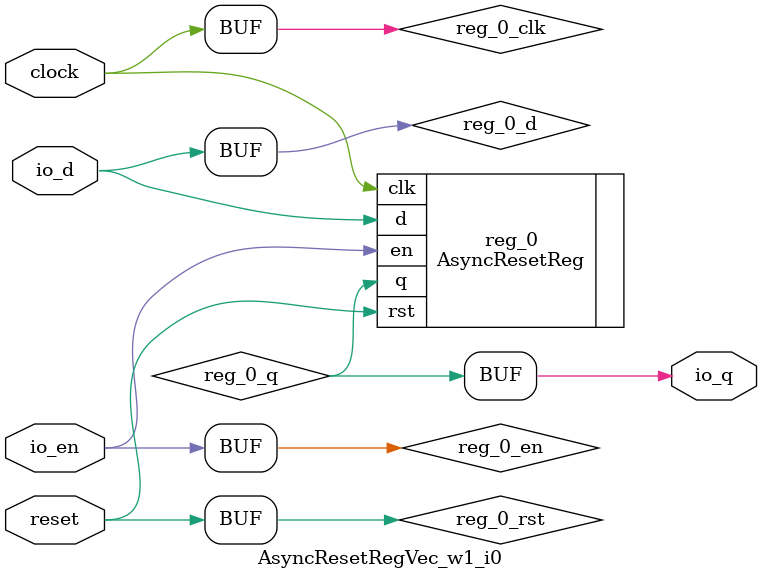
<source format=v>
module AsyncResetRegVec_w1_i0( 
  input   clock, 
  input   reset, 
  input   io_d, 
  output  io_q, 
  input   io_en 
);
  wire  reg_0_rst; 
  wire  reg_0_clk; 
  wire  reg_0_en; 
  wire  reg_0_q; 
  wire  reg_0_d; 
  AsyncResetReg #(.RESET_VALUE(0)) reg_0 ( 
    .rst(reg_0_rst),
    .clk(reg_0_clk),
    .en(reg_0_en),
    .q(reg_0_q),
    .d(reg_0_d)
  );
  assign io_q = reg_0_q; 
  assign reg_0_rst = reset; 
  assign reg_0_clk = clock; 
  assign reg_0_en = io_en; 
  assign reg_0_d = io_d; 
endmodule

</source>
